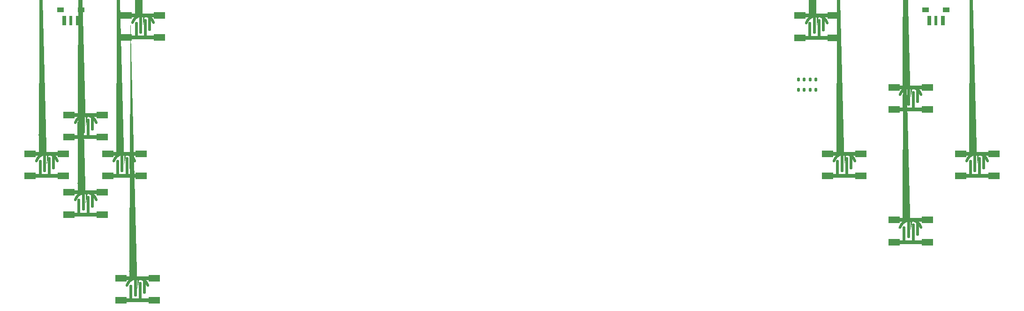
<source format=gbr>
%TF.GenerationSoftware,KiCad,Pcbnew,7.0.9*%
%TF.CreationDate,2024-03-17T17:30:52-07:00*%
%TF.ProjectId,PiEmulator,5069456d-756c-4617-946f-722e6b696361,rev?*%
%TF.SameCoordinates,Original*%
%TF.FileFunction,Paste,Top*%
%TF.FilePolarity,Positive*%
%FSLAX46Y46*%
G04 Gerber Fmt 4.6, Leading zero omitted, Abs format (unit mm)*
G04 Created by KiCad (PCBNEW 7.0.9) date 2024-03-17 17:30:52*
%MOMM*%
%LPD*%
G01*
G04 APERTURE LIST*
G04 Aperture macros list*
%AMRoundRect*
0 Rectangle with rounded corners*
0 $1 Rounding radius*
0 $2 $3 $4 $5 $6 $7 $8 $9 X,Y pos of 4 corners*
0 Add a 4 corners polygon primitive as box body*
4,1,4,$2,$3,$4,$5,$6,$7,$8,$9,$2,$3,0*
0 Add four circle primitives for the rounded corners*
1,1,$1+$1,$2,$3*
1,1,$1+$1,$4,$5*
1,1,$1+$1,$6,$7*
1,1,$1+$1,$8,$9*
0 Add four rect primitives between the rounded corners*
20,1,$1+$1,$2,$3,$4,$5,0*
20,1,$1+$1,$4,$5,$6,$7,0*
20,1,$1+$1,$6,$7,$8,$9,0*
20,1,$1+$1,$8,$9,$2,$3,0*%
%AMFreePoly0*
4,1,9,0.000354,0.000354,0.000500,0.000000,0.000354,-0.000354,0.000000,-0.000500,-0.000354,-0.000354,-0.000500,0.000000,-0.000354,0.000354,0.000000,0.000500,0.000354,0.000354,0.000354,0.000354,$1*%
%AMFreePoly1*
4,1,56,0.431349,2.208265,0.710994,2.134709,0.978897,2.025896,1.230633,1.883624,1.462043,1.710241,1.669306,1.508612,1.848999,1.282067,1.998154,1.034348,2.114308,0.769545,2.129385,0.684040,2.114308,0.598535,2.070896,0.523343,2.004385,0.467534,1.922797,0.437838,1.835973,0.437838,1.754385,0.467534,1.687874,0.523343,1.644461,0.598535,1.601319,0.716896,1.482119,0.938874,
1.332352,1.141490,1.155108,1.320563,0.954041,1.472402,0.733299,1.593874,0.497433,1.682475,0.251308,1.736377,0.000000,1.754469,-0.251308,1.736377,-0.497433,1.682475,-0.733299,1.593874,-0.954041,1.472402,-1.155108,1.320563,-1.332352,1.141490,-1.482119,0.938874,-1.601319,0.716896,-1.644462,0.598535,-1.687874,0.523343,-1.754385,0.467534,-1.835973,0.437838,-1.922797,0.437838,
-2.004385,0.467534,-2.070896,0.523343,-2.114308,0.598535,-2.129385,0.684040,-2.114308,0.769545,-1.998154,1.034348,-1.848999,1.282067,-1.669306,1.508612,-1.462043,1.710241,-1.230633,1.883624,-0.978897,2.025896,-0.710994,2.134709,-0.431349,2.208265,-0.144579,2.245349,0.144579,2.245349,0.431349,2.208265,0.431349,2.208265,$1*%
G04 Aperture macros list end*
%ADD10R,0.750000X1.800000*%
%ADD11R,0.600000X1.800000*%
%ADD12R,1.300000X0.900000*%
%ADD13R,2.100000X1.200000*%
%ADD14RoundRect,0.125000X-0.125000X-1.449999X0.125000X-1.449999X0.125000X1.449999X-0.125000X1.449999X0*%
%ADD15RoundRect,0.150000X-3.050000X-0.150000X3.050000X-0.150000X3.050000X0.150000X-3.050000X0.150000X0*%
%ADD16FreePoly0,0.000000*%
%ADD17FreePoly1,0.000000*%
%ADD18RoundRect,0.125000X-0.125000X-1.362499X0.125000X-1.362499X0.125000X1.362499X-0.125000X1.362499X0*%
%ADD19FreePoly0,180.000000*%
%ADD20FreePoly1,180.000000*%
%ADD21RoundRect,0.147500X-0.147500X-0.172500X0.147500X-0.172500X0.147500X0.172500X-0.147500X0.172500X0*%
%ADD22RoundRect,0.135000X-0.135000X-0.185000X0.135000X-0.185000X0.135000X0.185000X-0.135000X0.185000X0*%
G04 APERTURE END LIST*
D10*
%TO.C,SWL1*%
X73555000Y-74344000D03*
D11*
X72325000Y-74344000D03*
D10*
X71095000Y-74344000D03*
D12*
X74175000Y-72404000D03*
X70475000Y-72404000D03*
%TD*%
D13*
%TO.C,SWB1*%
X220980000Y-110427000D03*
D14*
X223580000Y-112127000D03*
D15*
X223980000Y-110427000D03*
D16*
X223980000Y-112427000D03*
D17*
X223980000Y-112427000D03*
D18*
X225180000Y-111714500D03*
D13*
X226980000Y-110427000D03*
X220980000Y-114427000D03*
D18*
X222780000Y-113127000D03*
D19*
X223980000Y-112427000D03*
D20*
X223980000Y-112427000D03*
D15*
X223980000Y-114427000D03*
D14*
X224430000Y-112701999D03*
D13*
X226980000Y-114427000D03*
%TD*%
D10*
%TO.C,SWR1*%
X229768000Y-74344000D03*
D11*
X228538000Y-74344000D03*
D10*
X227308000Y-74344000D03*
D12*
X230388000Y-72404000D03*
X226688000Y-72404000D03*
%TD*%
D13*
%TO.C,SWA1*%
X232980000Y-98427000D03*
D14*
X235580000Y-100127000D03*
D15*
X235980000Y-98427000D03*
D16*
X235980000Y-100427000D03*
D17*
X235980000Y-100427000D03*
D18*
X237180000Y-99714500D03*
D13*
X238980000Y-98427000D03*
X232980000Y-102427000D03*
D18*
X234780000Y-101127000D03*
D19*
X235980000Y-100427000D03*
D20*
X235980000Y-100427000D03*
D15*
X235980000Y-102427000D03*
D14*
X236430000Y-100701999D03*
D13*
X238980000Y-102427000D03*
%TD*%
%TO.C,SWRIGHT1*%
X78980000Y-98427000D03*
D14*
X81580000Y-100127000D03*
D15*
X81980000Y-98427000D03*
D16*
X81980000Y-100427000D03*
D17*
X81980000Y-100427000D03*
D18*
X83180000Y-99714500D03*
D13*
X84980000Y-98427000D03*
X78980000Y-102427000D03*
D18*
X80780000Y-101127000D03*
D19*
X81980000Y-100427000D03*
D20*
X81980000Y-100427000D03*
D15*
X81980000Y-102427000D03*
D14*
X82430000Y-100701999D03*
D13*
X84980000Y-102427000D03*
%TD*%
D21*
%TO.C,D2*%
X203754000Y-86868000D03*
X204724000Y-86868000D03*
%TD*%
D13*
%TO.C,SWLEFT1*%
X64980000Y-98427000D03*
D14*
X67580000Y-100127000D03*
D15*
X67980000Y-98427000D03*
D16*
X67980000Y-100427000D03*
D17*
X67980000Y-100427000D03*
D18*
X69180000Y-99714500D03*
D13*
X70980000Y-98427000D03*
X64980000Y-102427000D03*
D18*
X66780000Y-101127000D03*
D19*
X67980000Y-100427000D03*
D20*
X67980000Y-100427000D03*
D15*
X67980000Y-102427000D03*
D14*
X68430000Y-100701999D03*
D13*
X70980000Y-102427000D03*
%TD*%
D22*
%TO.C,R3*%
X205865000Y-84963000D03*
X206885000Y-84963000D03*
%TD*%
D13*
%TO.C,SWUP1*%
X71980000Y-91427000D03*
D14*
X74580000Y-93127000D03*
D15*
X74980000Y-91427000D03*
D16*
X74980000Y-93427000D03*
D17*
X74980000Y-93427000D03*
D18*
X76180000Y-92714500D03*
D13*
X77980000Y-91427000D03*
X71980000Y-95427000D03*
D18*
X73780000Y-94127000D03*
D19*
X74980000Y-93427000D03*
D20*
X74980000Y-93427000D03*
D15*
X74980000Y-95427000D03*
D14*
X75430000Y-93701999D03*
D13*
X77980000Y-95427000D03*
%TD*%
%TO.C,SWDOWN1*%
X71980000Y-105427000D03*
D14*
X74580000Y-107127000D03*
D15*
X74980000Y-105427000D03*
D16*
X74980000Y-107427000D03*
D17*
X74980000Y-107427000D03*
D18*
X76180000Y-106714500D03*
D13*
X77980000Y-105427000D03*
X71980000Y-109427000D03*
D18*
X73780000Y-108127000D03*
D19*
X74980000Y-107427000D03*
D20*
X74980000Y-107427000D03*
D15*
X74980000Y-109427000D03*
D14*
X75430000Y-107701999D03*
D13*
X77980000Y-109427000D03*
%TD*%
D22*
%TO.C,R4*%
X205863000Y-86868000D03*
X206883000Y-86868000D03*
%TD*%
D13*
%TO.C,SWX1*%
X220980000Y-86427000D03*
D14*
X223580000Y-88127000D03*
D15*
X223980000Y-86427000D03*
D16*
X223980000Y-88427000D03*
D17*
X223980000Y-88427000D03*
D18*
X225180000Y-87714500D03*
D13*
X226980000Y-86427000D03*
X220980000Y-90427000D03*
D18*
X222780000Y-89127000D03*
D19*
X223980000Y-88427000D03*
D20*
X223980000Y-88427000D03*
D15*
X223980000Y-90427000D03*
D14*
X224430000Y-88701999D03*
D13*
X226980000Y-90427000D03*
%TD*%
%TO.C,SWACTION1*%
X81376000Y-120968000D03*
D14*
X83976000Y-122668000D03*
D15*
X84376000Y-120968000D03*
D16*
X84376000Y-122968000D03*
D17*
X84376000Y-122968000D03*
D18*
X85576000Y-122255500D03*
D13*
X87376000Y-120968000D03*
X81376000Y-124968000D03*
D18*
X83176000Y-123668000D03*
D19*
X84376000Y-122968000D03*
D20*
X84376000Y-122968000D03*
D15*
X84376000Y-124968000D03*
D14*
X84826000Y-123242999D03*
D13*
X87376000Y-124968000D03*
%TD*%
%TO.C,SWSELECT1*%
X82325000Y-73374000D03*
D14*
X84925000Y-75074000D03*
D15*
X85325000Y-73374000D03*
D16*
X85325000Y-75374000D03*
D17*
X85325000Y-75374000D03*
D18*
X86525000Y-74661500D03*
D13*
X88325000Y-73374000D03*
X82325000Y-77374000D03*
D18*
X84125000Y-76074000D03*
D19*
X85325000Y-75374000D03*
D20*
X85325000Y-75374000D03*
D15*
X85325000Y-77374000D03*
D14*
X85775000Y-75648999D03*
D13*
X88325000Y-77374000D03*
%TD*%
%TO.C,SWSTART1*%
X203980000Y-73427000D03*
D14*
X206580000Y-75127000D03*
D15*
X206980000Y-73427000D03*
D16*
X206980000Y-75427000D03*
D17*
X206980000Y-75427000D03*
D18*
X208180000Y-74714500D03*
D13*
X209980000Y-73427000D03*
X203980000Y-77427000D03*
D18*
X205780000Y-76127000D03*
D19*
X206980000Y-75427000D03*
D20*
X206980000Y-75427000D03*
D15*
X206980000Y-77427000D03*
D14*
X207430000Y-75701999D03*
D13*
X209980000Y-77427000D03*
%TD*%
D21*
%TO.C,D1*%
X203731000Y-84963000D03*
X204701000Y-84963000D03*
%TD*%
D13*
%TO.C,SWY1*%
X208980000Y-98427000D03*
D14*
X211580000Y-100127000D03*
D15*
X211980000Y-98427000D03*
D16*
X211980000Y-100427000D03*
D17*
X211980000Y-100427000D03*
D18*
X213180000Y-99714500D03*
D13*
X214980000Y-98427000D03*
X208980000Y-102427000D03*
D18*
X210780000Y-101127000D03*
D19*
X211980000Y-100427000D03*
D20*
X211980000Y-100427000D03*
D15*
X211980000Y-102427000D03*
D14*
X212430000Y-100701999D03*
D13*
X214980000Y-102427000D03*
%TD*%
M02*

</source>
